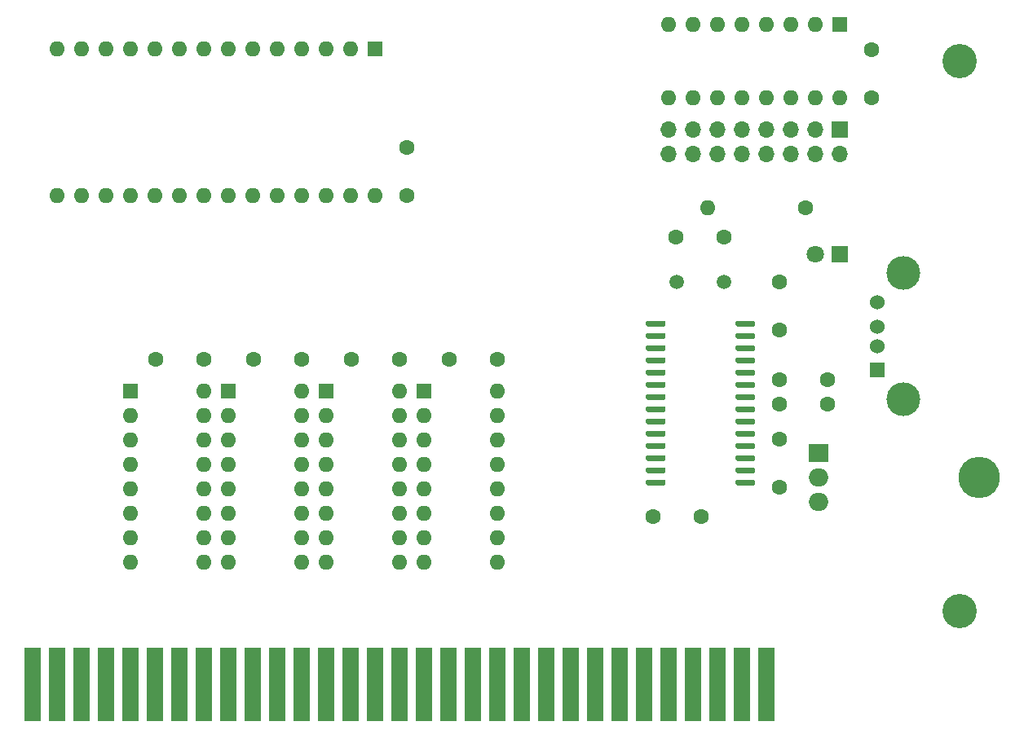
<source format=gbr>
G04 #@! TF.GenerationSoftware,KiCad,Pcbnew,(5.1.8)-1*
G04 #@! TF.CreationDate,2023-05-08T00:19:55-06:00*
G04 #@! TF.ProjectId,CH376S ISA,43483337-3653-4204-9953-412e6b696361,rev?*
G04 #@! TF.SameCoordinates,Original*
G04 #@! TF.FileFunction,Soldermask,Top*
G04 #@! TF.FilePolarity,Negative*
%FSLAX46Y46*%
G04 Gerber Fmt 4.6, Leading zero omitted, Abs format (unit mm)*
G04 Created by KiCad (PCBNEW (5.1.8)-1) date 2023-05-08 00:19:55*
%MOMM*%
%LPD*%
G01*
G04 APERTURE LIST*
%ADD10O,1.600000X1.600000*%
%ADD11R,1.600000X1.600000*%
%ADD12O,1.700000X1.700000*%
%ADD13R,1.700000X1.700000*%
%ADD14C,1.600000*%
%ADD15C,3.556000*%
%ADD16R,1.780000X7.620000*%
%ADD17O,2.000000X1.905000*%
%ADD18R,2.000000X1.905000*%
%ADD19O,4.318000X4.318000*%
%ADD20C,1.524000*%
%ADD21R,1.524000X1.524000*%
%ADD22C,3.500000*%
%ADD23C,1.500000*%
%ADD24C,1.800000*%
%ADD25R,1.800000X1.800000*%
G04 APERTURE END LIST*
D10*
G04 #@! TO.C,U15*
X119380000Y-119380000D03*
X111760000Y-137160000D03*
X119380000Y-121920000D03*
X111760000Y-134620000D03*
X119380000Y-124460000D03*
X111760000Y-132080000D03*
X119380000Y-127000000D03*
X111760000Y-129540000D03*
X119380000Y-129540000D03*
X111760000Y-127000000D03*
X119380000Y-132080000D03*
X111760000Y-124460000D03*
X119380000Y-134620000D03*
X111760000Y-121920000D03*
X119380000Y-137160000D03*
D11*
X111760000Y-119380000D03*
G04 #@! TD*
D10*
G04 #@! TO.C,U14*
X129540000Y-119380000D03*
X121920000Y-137160000D03*
X129540000Y-121920000D03*
X121920000Y-134620000D03*
X129540000Y-124460000D03*
X121920000Y-132080000D03*
X129540000Y-127000000D03*
X121920000Y-129540000D03*
X129540000Y-129540000D03*
X121920000Y-127000000D03*
X129540000Y-132080000D03*
X121920000Y-124460000D03*
X129540000Y-134620000D03*
X121920000Y-121920000D03*
X129540000Y-137160000D03*
D11*
X121920000Y-119380000D03*
G04 #@! TD*
D10*
G04 #@! TO.C,U13*
X139700000Y-119380000D03*
X132080000Y-137160000D03*
X139700000Y-121920000D03*
X132080000Y-134620000D03*
X139700000Y-124460000D03*
X132080000Y-132080000D03*
X139700000Y-127000000D03*
X132080000Y-129540000D03*
X139700000Y-129540000D03*
X132080000Y-127000000D03*
X139700000Y-132080000D03*
X132080000Y-124460000D03*
X139700000Y-134620000D03*
X132080000Y-121920000D03*
X139700000Y-137160000D03*
D11*
X132080000Y-119380000D03*
G04 #@! TD*
D10*
G04 #@! TO.C,U5*
X185420000Y-88900000D03*
X167640000Y-81280000D03*
X182880000Y-88900000D03*
X170180000Y-81280000D03*
X180340000Y-88900000D03*
X172720000Y-81280000D03*
X177800000Y-88900000D03*
X175260000Y-81280000D03*
X175260000Y-88900000D03*
X177800000Y-81280000D03*
X172720000Y-88900000D03*
X180340000Y-81280000D03*
X170180000Y-88900000D03*
X182880000Y-81280000D03*
X167640000Y-88900000D03*
D11*
X185420000Y-81280000D03*
G04 #@! TD*
D10*
G04 #@! TO.C,U4*
X149860000Y-119380000D03*
X142240000Y-137160000D03*
X149860000Y-121920000D03*
X142240000Y-134620000D03*
X149860000Y-124460000D03*
X142240000Y-132080000D03*
X149860000Y-127000000D03*
X142240000Y-129540000D03*
X149860000Y-129540000D03*
X142240000Y-127000000D03*
X149860000Y-132080000D03*
X142240000Y-124460000D03*
X149860000Y-134620000D03*
X142240000Y-121920000D03*
X149860000Y-137160000D03*
D11*
X142240000Y-119380000D03*
G04 #@! TD*
D10*
G04 #@! TO.C,U3*
X137160000Y-99060000D03*
X104140000Y-83820000D03*
X134620000Y-99060000D03*
X106680000Y-83820000D03*
X132080000Y-99060000D03*
X109220000Y-83820000D03*
X129540000Y-99060000D03*
X111760000Y-83820000D03*
X127000000Y-99060000D03*
X114300000Y-83820000D03*
X124460000Y-99060000D03*
X116840000Y-83820000D03*
X121920000Y-99060000D03*
X119380000Y-83820000D03*
X119380000Y-99060000D03*
X121920000Y-83820000D03*
X116840000Y-99060000D03*
X124460000Y-83820000D03*
X114300000Y-99060000D03*
X127000000Y-83820000D03*
X111760000Y-99060000D03*
X129540000Y-83820000D03*
X109220000Y-99060000D03*
X132080000Y-83820000D03*
X106680000Y-99060000D03*
X134620000Y-83820000D03*
X104140000Y-99060000D03*
D11*
X137160000Y-83820000D03*
G04 #@! TD*
D12*
G04 #@! TO.C,J2*
X167640000Y-94742000D03*
X167640000Y-92202000D03*
X170180000Y-94742000D03*
X170180000Y-92202000D03*
X172720000Y-94742000D03*
X172720000Y-92202000D03*
X175260000Y-94742000D03*
X175260000Y-92202000D03*
X177800000Y-94742000D03*
X177800000Y-92202000D03*
X180340000Y-94742000D03*
X180340000Y-92202000D03*
X182880000Y-94742000D03*
X182880000Y-92202000D03*
X185420000Y-94742000D03*
D13*
X185420000Y-92202000D03*
G04 #@! TD*
D14*
G04 #@! TO.C,C16*
X188722000Y-88900000D03*
X188722000Y-83900000D03*
G04 #@! TD*
G04 #@! TO.C,C15*
X129540000Y-116078000D03*
X124540000Y-116078000D03*
G04 #@! TD*
G04 #@! TO.C,C14*
X140462000Y-99060000D03*
X140462000Y-94060000D03*
G04 #@! TD*
G04 #@! TO.C,C10*
X139700000Y-116078000D03*
X134700000Y-116078000D03*
G04 #@! TD*
G04 #@! TO.C,C9*
X119380000Y-116078000D03*
X114380000Y-116078000D03*
G04 #@! TD*
G04 #@! TO.C,C8*
X149860000Y-116078000D03*
X144860000Y-116078000D03*
G04 #@! TD*
D15*
G04 #@! TO.C,R*
X197866000Y-85090000D03*
G04 #@! TD*
G04 #@! TO.C,R*
X197866000Y-142240000D03*
G04 #@! TD*
D16*
G04 #@! TO.C,J1*
X101600000Y-149860000D03*
X104140000Y-149860000D03*
X106680000Y-149860000D03*
X109220000Y-149860000D03*
X111760000Y-149860000D03*
X114300000Y-149860000D03*
X116840000Y-149860000D03*
X119380000Y-149860000D03*
X121920000Y-149860000D03*
X124460000Y-149860000D03*
X127000000Y-149860000D03*
X129540000Y-149860000D03*
X132080000Y-149860000D03*
X134620000Y-149860000D03*
X137160000Y-149860000D03*
X139700000Y-149860000D03*
X142240000Y-149860000D03*
X144780000Y-149860000D03*
X147320000Y-149860000D03*
X149860000Y-149860000D03*
X152400000Y-149860000D03*
X154940000Y-149860000D03*
X157480000Y-149860000D03*
X160020000Y-149860000D03*
X162560000Y-149860000D03*
X165100000Y-149860000D03*
X167640000Y-149860000D03*
X170180000Y-149860000D03*
X172720000Y-149860000D03*
X175260000Y-149860000D03*
X177800000Y-149860000D03*
G04 #@! TD*
D17*
G04 #@! TO.C,U2*
X183197500Y-130873500D03*
X183197500Y-128333500D03*
D18*
X183197500Y-125793500D03*
D19*
X199857500Y-128333500D03*
G04 #@! TD*
D14*
G04 #@! TO.C,C5*
X179133500Y-113013500D03*
X179133500Y-108013500D03*
G04 #@! TD*
G04 #@! TO.C,C4*
X173402000Y-103378000D03*
X168402000Y-103378000D03*
G04 #@! TD*
G04 #@! TO.C,C2*
X179133500Y-118173500D03*
X184133500Y-118173500D03*
G04 #@! TD*
G04 #@! TO.C,C1*
X171005500Y-132397500D03*
X166005500Y-132397500D03*
G04 #@! TD*
D20*
G04 #@! TO.C,USB1*
X189293500Y-110157500D03*
X189293500Y-112657500D03*
X189293500Y-114657500D03*
D21*
X189293500Y-117157500D03*
D22*
X192003500Y-120227500D03*
X192003500Y-107087500D03*
G04 #@! TD*
D23*
G04 #@! TO.C,Y2*
X173365500Y-108013500D03*
X168465500Y-108013500D03*
G04 #@! TD*
G04 #@! TO.C,U1*
G36*
G01*
X167302500Y-128691500D02*
X167302500Y-128991500D01*
G75*
G02*
X167152500Y-129141500I-150000J0D01*
G01*
X165402500Y-129141500D01*
G75*
G02*
X165252500Y-128991500I0J150000D01*
G01*
X165252500Y-128691500D01*
G75*
G02*
X165402500Y-128541500I150000J0D01*
G01*
X167152500Y-128541500D01*
G75*
G02*
X167302500Y-128691500I0J-150000D01*
G01*
G37*
G36*
G01*
X167302500Y-127421500D02*
X167302500Y-127721500D01*
G75*
G02*
X167152500Y-127871500I-150000J0D01*
G01*
X165402500Y-127871500D01*
G75*
G02*
X165252500Y-127721500I0J150000D01*
G01*
X165252500Y-127421500D01*
G75*
G02*
X165402500Y-127271500I150000J0D01*
G01*
X167152500Y-127271500D01*
G75*
G02*
X167302500Y-127421500I0J-150000D01*
G01*
G37*
G36*
G01*
X167302500Y-126151500D02*
X167302500Y-126451500D01*
G75*
G02*
X167152500Y-126601500I-150000J0D01*
G01*
X165402500Y-126601500D01*
G75*
G02*
X165252500Y-126451500I0J150000D01*
G01*
X165252500Y-126151500D01*
G75*
G02*
X165402500Y-126001500I150000J0D01*
G01*
X167152500Y-126001500D01*
G75*
G02*
X167302500Y-126151500I0J-150000D01*
G01*
G37*
G36*
G01*
X167302500Y-124881500D02*
X167302500Y-125181500D01*
G75*
G02*
X167152500Y-125331500I-150000J0D01*
G01*
X165402500Y-125331500D01*
G75*
G02*
X165252500Y-125181500I0J150000D01*
G01*
X165252500Y-124881500D01*
G75*
G02*
X165402500Y-124731500I150000J0D01*
G01*
X167152500Y-124731500D01*
G75*
G02*
X167302500Y-124881500I0J-150000D01*
G01*
G37*
G36*
G01*
X167302500Y-123611500D02*
X167302500Y-123911500D01*
G75*
G02*
X167152500Y-124061500I-150000J0D01*
G01*
X165402500Y-124061500D01*
G75*
G02*
X165252500Y-123911500I0J150000D01*
G01*
X165252500Y-123611500D01*
G75*
G02*
X165402500Y-123461500I150000J0D01*
G01*
X167152500Y-123461500D01*
G75*
G02*
X167302500Y-123611500I0J-150000D01*
G01*
G37*
G36*
G01*
X167302500Y-122341500D02*
X167302500Y-122641500D01*
G75*
G02*
X167152500Y-122791500I-150000J0D01*
G01*
X165402500Y-122791500D01*
G75*
G02*
X165252500Y-122641500I0J150000D01*
G01*
X165252500Y-122341500D01*
G75*
G02*
X165402500Y-122191500I150000J0D01*
G01*
X167152500Y-122191500D01*
G75*
G02*
X167302500Y-122341500I0J-150000D01*
G01*
G37*
G36*
G01*
X167302500Y-121071500D02*
X167302500Y-121371500D01*
G75*
G02*
X167152500Y-121521500I-150000J0D01*
G01*
X165402500Y-121521500D01*
G75*
G02*
X165252500Y-121371500I0J150000D01*
G01*
X165252500Y-121071500D01*
G75*
G02*
X165402500Y-120921500I150000J0D01*
G01*
X167152500Y-120921500D01*
G75*
G02*
X167302500Y-121071500I0J-150000D01*
G01*
G37*
G36*
G01*
X167302500Y-119801500D02*
X167302500Y-120101500D01*
G75*
G02*
X167152500Y-120251500I-150000J0D01*
G01*
X165402500Y-120251500D01*
G75*
G02*
X165252500Y-120101500I0J150000D01*
G01*
X165252500Y-119801500D01*
G75*
G02*
X165402500Y-119651500I150000J0D01*
G01*
X167152500Y-119651500D01*
G75*
G02*
X167302500Y-119801500I0J-150000D01*
G01*
G37*
G36*
G01*
X167302500Y-118531500D02*
X167302500Y-118831500D01*
G75*
G02*
X167152500Y-118981500I-150000J0D01*
G01*
X165402500Y-118981500D01*
G75*
G02*
X165252500Y-118831500I0J150000D01*
G01*
X165252500Y-118531500D01*
G75*
G02*
X165402500Y-118381500I150000J0D01*
G01*
X167152500Y-118381500D01*
G75*
G02*
X167302500Y-118531500I0J-150000D01*
G01*
G37*
G36*
G01*
X167302500Y-117261500D02*
X167302500Y-117561500D01*
G75*
G02*
X167152500Y-117711500I-150000J0D01*
G01*
X165402500Y-117711500D01*
G75*
G02*
X165252500Y-117561500I0J150000D01*
G01*
X165252500Y-117261500D01*
G75*
G02*
X165402500Y-117111500I150000J0D01*
G01*
X167152500Y-117111500D01*
G75*
G02*
X167302500Y-117261500I0J-150000D01*
G01*
G37*
G36*
G01*
X167302500Y-115991500D02*
X167302500Y-116291500D01*
G75*
G02*
X167152500Y-116441500I-150000J0D01*
G01*
X165402500Y-116441500D01*
G75*
G02*
X165252500Y-116291500I0J150000D01*
G01*
X165252500Y-115991500D01*
G75*
G02*
X165402500Y-115841500I150000J0D01*
G01*
X167152500Y-115841500D01*
G75*
G02*
X167302500Y-115991500I0J-150000D01*
G01*
G37*
G36*
G01*
X167302500Y-114721500D02*
X167302500Y-115021500D01*
G75*
G02*
X167152500Y-115171500I-150000J0D01*
G01*
X165402500Y-115171500D01*
G75*
G02*
X165252500Y-115021500I0J150000D01*
G01*
X165252500Y-114721500D01*
G75*
G02*
X165402500Y-114571500I150000J0D01*
G01*
X167152500Y-114571500D01*
G75*
G02*
X167302500Y-114721500I0J-150000D01*
G01*
G37*
G36*
G01*
X167302500Y-113451500D02*
X167302500Y-113751500D01*
G75*
G02*
X167152500Y-113901500I-150000J0D01*
G01*
X165402500Y-113901500D01*
G75*
G02*
X165252500Y-113751500I0J150000D01*
G01*
X165252500Y-113451500D01*
G75*
G02*
X165402500Y-113301500I150000J0D01*
G01*
X167152500Y-113301500D01*
G75*
G02*
X167302500Y-113451500I0J-150000D01*
G01*
G37*
G36*
G01*
X167302500Y-112181500D02*
X167302500Y-112481500D01*
G75*
G02*
X167152500Y-112631500I-150000J0D01*
G01*
X165402500Y-112631500D01*
G75*
G02*
X165252500Y-112481500I0J150000D01*
G01*
X165252500Y-112181500D01*
G75*
G02*
X165402500Y-112031500I150000J0D01*
G01*
X167152500Y-112031500D01*
G75*
G02*
X167302500Y-112181500I0J-150000D01*
G01*
G37*
G36*
G01*
X176602500Y-112181500D02*
X176602500Y-112481500D01*
G75*
G02*
X176452500Y-112631500I-150000J0D01*
G01*
X174702500Y-112631500D01*
G75*
G02*
X174552500Y-112481500I0J150000D01*
G01*
X174552500Y-112181500D01*
G75*
G02*
X174702500Y-112031500I150000J0D01*
G01*
X176452500Y-112031500D01*
G75*
G02*
X176602500Y-112181500I0J-150000D01*
G01*
G37*
G36*
G01*
X176602500Y-113451500D02*
X176602500Y-113751500D01*
G75*
G02*
X176452500Y-113901500I-150000J0D01*
G01*
X174702500Y-113901500D01*
G75*
G02*
X174552500Y-113751500I0J150000D01*
G01*
X174552500Y-113451500D01*
G75*
G02*
X174702500Y-113301500I150000J0D01*
G01*
X176452500Y-113301500D01*
G75*
G02*
X176602500Y-113451500I0J-150000D01*
G01*
G37*
G36*
G01*
X176602500Y-114721500D02*
X176602500Y-115021500D01*
G75*
G02*
X176452500Y-115171500I-150000J0D01*
G01*
X174702500Y-115171500D01*
G75*
G02*
X174552500Y-115021500I0J150000D01*
G01*
X174552500Y-114721500D01*
G75*
G02*
X174702500Y-114571500I150000J0D01*
G01*
X176452500Y-114571500D01*
G75*
G02*
X176602500Y-114721500I0J-150000D01*
G01*
G37*
G36*
G01*
X176602500Y-115991500D02*
X176602500Y-116291500D01*
G75*
G02*
X176452500Y-116441500I-150000J0D01*
G01*
X174702500Y-116441500D01*
G75*
G02*
X174552500Y-116291500I0J150000D01*
G01*
X174552500Y-115991500D01*
G75*
G02*
X174702500Y-115841500I150000J0D01*
G01*
X176452500Y-115841500D01*
G75*
G02*
X176602500Y-115991500I0J-150000D01*
G01*
G37*
G36*
G01*
X176602500Y-117261500D02*
X176602500Y-117561500D01*
G75*
G02*
X176452500Y-117711500I-150000J0D01*
G01*
X174702500Y-117711500D01*
G75*
G02*
X174552500Y-117561500I0J150000D01*
G01*
X174552500Y-117261500D01*
G75*
G02*
X174702500Y-117111500I150000J0D01*
G01*
X176452500Y-117111500D01*
G75*
G02*
X176602500Y-117261500I0J-150000D01*
G01*
G37*
G36*
G01*
X176602500Y-118531500D02*
X176602500Y-118831500D01*
G75*
G02*
X176452500Y-118981500I-150000J0D01*
G01*
X174702500Y-118981500D01*
G75*
G02*
X174552500Y-118831500I0J150000D01*
G01*
X174552500Y-118531500D01*
G75*
G02*
X174702500Y-118381500I150000J0D01*
G01*
X176452500Y-118381500D01*
G75*
G02*
X176602500Y-118531500I0J-150000D01*
G01*
G37*
G36*
G01*
X176602500Y-119801500D02*
X176602500Y-120101500D01*
G75*
G02*
X176452500Y-120251500I-150000J0D01*
G01*
X174702500Y-120251500D01*
G75*
G02*
X174552500Y-120101500I0J150000D01*
G01*
X174552500Y-119801500D01*
G75*
G02*
X174702500Y-119651500I150000J0D01*
G01*
X176452500Y-119651500D01*
G75*
G02*
X176602500Y-119801500I0J-150000D01*
G01*
G37*
G36*
G01*
X176602500Y-121071500D02*
X176602500Y-121371500D01*
G75*
G02*
X176452500Y-121521500I-150000J0D01*
G01*
X174702500Y-121521500D01*
G75*
G02*
X174552500Y-121371500I0J150000D01*
G01*
X174552500Y-121071500D01*
G75*
G02*
X174702500Y-120921500I150000J0D01*
G01*
X176452500Y-120921500D01*
G75*
G02*
X176602500Y-121071500I0J-150000D01*
G01*
G37*
G36*
G01*
X176602500Y-122341500D02*
X176602500Y-122641500D01*
G75*
G02*
X176452500Y-122791500I-150000J0D01*
G01*
X174702500Y-122791500D01*
G75*
G02*
X174552500Y-122641500I0J150000D01*
G01*
X174552500Y-122341500D01*
G75*
G02*
X174702500Y-122191500I150000J0D01*
G01*
X176452500Y-122191500D01*
G75*
G02*
X176602500Y-122341500I0J-150000D01*
G01*
G37*
G36*
G01*
X176602500Y-123611500D02*
X176602500Y-123911500D01*
G75*
G02*
X176452500Y-124061500I-150000J0D01*
G01*
X174702500Y-124061500D01*
G75*
G02*
X174552500Y-123911500I0J150000D01*
G01*
X174552500Y-123611500D01*
G75*
G02*
X174702500Y-123461500I150000J0D01*
G01*
X176452500Y-123461500D01*
G75*
G02*
X176602500Y-123611500I0J-150000D01*
G01*
G37*
G36*
G01*
X176602500Y-124881500D02*
X176602500Y-125181500D01*
G75*
G02*
X176452500Y-125331500I-150000J0D01*
G01*
X174702500Y-125331500D01*
G75*
G02*
X174552500Y-125181500I0J150000D01*
G01*
X174552500Y-124881500D01*
G75*
G02*
X174702500Y-124731500I150000J0D01*
G01*
X176452500Y-124731500D01*
G75*
G02*
X176602500Y-124881500I0J-150000D01*
G01*
G37*
G36*
G01*
X176602500Y-126151500D02*
X176602500Y-126451500D01*
G75*
G02*
X176452500Y-126601500I-150000J0D01*
G01*
X174702500Y-126601500D01*
G75*
G02*
X174552500Y-126451500I0J150000D01*
G01*
X174552500Y-126151500D01*
G75*
G02*
X174702500Y-126001500I150000J0D01*
G01*
X176452500Y-126001500D01*
G75*
G02*
X176602500Y-126151500I0J-150000D01*
G01*
G37*
G36*
G01*
X176602500Y-127421500D02*
X176602500Y-127721500D01*
G75*
G02*
X176452500Y-127871500I-150000J0D01*
G01*
X174702500Y-127871500D01*
G75*
G02*
X174552500Y-127721500I0J150000D01*
G01*
X174552500Y-127421500D01*
G75*
G02*
X174702500Y-127271500I150000J0D01*
G01*
X176452500Y-127271500D01*
G75*
G02*
X176602500Y-127421500I0J-150000D01*
G01*
G37*
G36*
G01*
X176602500Y-128691500D02*
X176602500Y-128991500D01*
G75*
G02*
X176452500Y-129141500I-150000J0D01*
G01*
X174702500Y-129141500D01*
G75*
G02*
X174552500Y-128991500I0J150000D01*
G01*
X174552500Y-128691500D01*
G75*
G02*
X174702500Y-128541500I150000J0D01*
G01*
X176452500Y-128541500D01*
G75*
G02*
X176602500Y-128691500I0J-150000D01*
G01*
G37*
G04 #@! TD*
D10*
G04 #@! TO.C,R2*
X171704000Y-100330000D03*
D14*
X181864000Y-100330000D03*
G04 #@! TD*
D24*
G04 #@! TO.C,D1*
X182880000Y-105156000D03*
D25*
X185420000Y-105156000D03*
G04 #@! TD*
D14*
G04 #@! TO.C,C7*
X179133500Y-120713500D03*
X184133500Y-120713500D03*
G04 #@! TD*
G04 #@! TO.C,C6*
X179133500Y-124349500D03*
X179133500Y-129349500D03*
G04 #@! TD*
M02*

</source>
